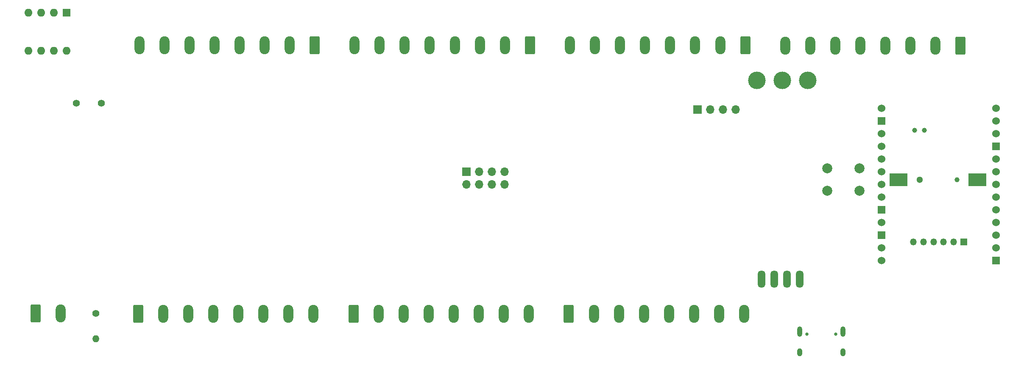
<source format=gbr>
%TF.GenerationSoftware,KiCad,Pcbnew,(6.0.0)*%
%TF.CreationDate,2023-02-03T10:22:37+01:00*%
%TF.ProjectId,boneIO - input WT32,626f6e65-494f-4202-9d20-696e70757420,rev?*%
%TF.SameCoordinates,Original*%
%TF.FileFunction,Soldermask,Bot*%
%TF.FilePolarity,Negative*%
%FSLAX46Y46*%
G04 Gerber Fmt 4.6, Leading zero omitted, Abs format (unit mm)*
G04 Created by KiCad (PCBNEW (6.0.0)) date 2023-02-03 10:22:37*
%MOMM*%
%LPD*%
G01*
G04 APERTURE LIST*
G04 Aperture macros list*
%AMRoundRect*
0 Rectangle with rounded corners*
0 $1 Rounding radius*
0 $2 $3 $4 $5 $6 $7 $8 $9 X,Y pos of 4 corners*
0 Add a 4 corners polygon primitive as box body*
4,1,4,$2,$3,$4,$5,$6,$7,$8,$9,$2,$3,0*
0 Add four circle primitives for the rounded corners*
1,1,$1+$1,$2,$3*
1,1,$1+$1,$4,$5*
1,1,$1+$1,$6,$7*
1,1,$1+$1,$8,$9*
0 Add four rect primitives between the rounded corners*
20,1,$1+$1,$2,$3,$4,$5,0*
20,1,$1+$1,$4,$5,$6,$7,0*
20,1,$1+$1,$6,$7,$8,$9,0*
20,1,$1+$1,$8,$9,$2,$3,0*%
G04 Aperture macros list end*
%ADD10R,1.600000X1.600000*%
%ADD11O,1.600000X1.600000*%
%ADD12RoundRect,0.250000X-0.750000X-1.550000X0.750000X-1.550000X0.750000X1.550000X-0.750000X1.550000X0*%
%ADD13O,2.000000X3.600000*%
%ADD14C,0.650000*%
%ADD15O,1.000000X2.100000*%
%ADD16O,1.000000X1.600000*%
%ADD17RoundRect,0.250000X0.750000X1.550000X-0.750000X1.550000X-0.750000X-1.550000X0.750000X-1.550000X0*%
%ADD18R,1.700000X1.700000*%
%ADD19O,1.700000X1.700000*%
%ADD20C,2.000000*%
%ADD21C,1.408000*%
%ADD22C,1.400000*%
%ADD23O,1.400000X1.400000*%
%ADD24C,1.000000*%
%ADD25C,1.524000*%
%ADD26R,1.524000X1.524000*%
%ADD27C,1.300000*%
%ADD28R,3.540000X2.600000*%
%ADD29R,3.660000X2.600000*%
%ADD30R,1.350000X1.350000*%
%ADD31O,1.350000X1.350000*%
%ADD32O,1.500000X3.500000*%
%ADD33C,3.500000*%
G04 APERTURE END LIST*
D10*
%TO.C,SW2*%
X63900000Y-52560000D03*
D11*
X61360000Y-52560000D03*
X58820000Y-52560000D03*
X56280000Y-52560000D03*
X56280000Y-60180000D03*
X58820000Y-60180000D03*
X61360000Y-60180000D03*
X63900000Y-60180000D03*
%TD*%
D12*
%TO.C,J1*%
X57750000Y-112780000D03*
D13*
X62750000Y-112780000D03*
%TD*%
D12*
%TO.C,J8*%
X164190000Y-112830000D03*
D13*
X169190000Y-112830000D03*
X174190000Y-112830000D03*
X179190000Y-112830000D03*
X184190000Y-112830000D03*
X189190000Y-112830000D03*
X194190000Y-112830000D03*
X199190000Y-112830000D03*
%TD*%
D12*
%TO.C,J4*%
X78190000Y-112830000D03*
D13*
X83190000Y-112830000D03*
X88190000Y-112830000D03*
X93190000Y-112830000D03*
X98190000Y-112830000D03*
X103190000Y-112830000D03*
X108190000Y-112830000D03*
X113190000Y-112830000D03*
%TD*%
D14*
%TO.C,J2*%
X217490000Y-116900000D03*
X211710000Y-116900000D03*
D15*
X210280000Y-116370000D03*
X218920000Y-116370000D03*
D16*
X218920000Y-120550000D03*
X210280000Y-120550000D03*
%TD*%
D17*
%TO.C,J9*%
X113460000Y-59110000D03*
D13*
X108460000Y-59110000D03*
X103460000Y-59110000D03*
X98460000Y-59110000D03*
X93460000Y-59110000D03*
X88460000Y-59110000D03*
X83460000Y-59110000D03*
X78460000Y-59110000D03*
%TD*%
D12*
%TO.C,J5*%
X121190000Y-112830000D03*
D13*
X126190000Y-112830000D03*
X131190000Y-112830000D03*
X136190000Y-112830000D03*
X141190000Y-112830000D03*
X146190000Y-112830000D03*
X151190000Y-112830000D03*
X156190000Y-112830000D03*
%TD*%
D18*
%TO.C,I2C1*%
X189910000Y-71970000D03*
D19*
X192450000Y-71970000D03*
X194990000Y-71970000D03*
X197530000Y-71970000D03*
%TD*%
D20*
%TO.C,SW1*%
X215760000Y-83680000D03*
X222260000Y-83680000D03*
X222260000Y-88180000D03*
X215760000Y-88180000D03*
%TD*%
D21*
%TO.C,BZ1*%
X70820000Y-70710000D03*
X65820000Y-70710000D03*
%TD*%
D22*
%TO.C,RV1*%
X69775000Y-112725000D03*
D23*
X69775000Y-117805000D03*
%TD*%
D17*
%TO.C,J11*%
X199420000Y-59120000D03*
D13*
X194420000Y-59120000D03*
X189420000Y-59120000D03*
X184420000Y-59120000D03*
X179420000Y-59120000D03*
X174420000Y-59120000D03*
X169420000Y-59120000D03*
X164420000Y-59120000D03*
%TD*%
D17*
%TO.C,J7*%
X156420000Y-59120000D03*
D13*
X151420000Y-59120000D03*
X146420000Y-59120000D03*
X141420000Y-59120000D03*
X136420000Y-59120000D03*
X131420000Y-59120000D03*
X126420000Y-59120000D03*
X121420000Y-59120000D03*
%TD*%
D24*
%TO.C,Y1*%
X233250000Y-76090000D03*
X235150000Y-76090000D03*
%TD*%
D25*
%TO.C,U7*%
X226600000Y-71690000D03*
D26*
X226600000Y-74230000D03*
D25*
X226600000Y-76770000D03*
X226600000Y-79310000D03*
X226600000Y-81850000D03*
X226600000Y-84390000D03*
X226600000Y-86930000D03*
X226600000Y-89470000D03*
D26*
X226600000Y-92010000D03*
D25*
X226600000Y-94550000D03*
D26*
X226600000Y-97090000D03*
D25*
X226600000Y-99630000D03*
X226600000Y-102170000D03*
X249460000Y-71690000D03*
X249460000Y-74230000D03*
X249460000Y-76770000D03*
D26*
X249460000Y-79310000D03*
D25*
X249460000Y-81850000D03*
X249460000Y-84390000D03*
X249460000Y-86930000D03*
X249460000Y-89470000D03*
X249460000Y-92010000D03*
X249460000Y-94550000D03*
X249460000Y-97090000D03*
X249460000Y-99630000D03*
D26*
X249460000Y-102170000D03*
%TD*%
D17*
%TO.C,J10*%
X242420000Y-59130000D03*
D13*
X237420000Y-59130000D03*
X232420000Y-59130000D03*
X227420000Y-59130000D03*
X222420000Y-59130000D03*
X217420000Y-59130000D03*
X212420000Y-59130000D03*
X207420000Y-59130000D03*
%TD*%
D24*
%TO.C,BT1*%
X241720000Y-85990000D03*
D27*
X234220000Y-85990000D03*
D28*
X229990000Y-85990000D03*
D29*
X245790000Y-85990000D03*
%TD*%
D30*
%TO.C,J3*%
X243025000Y-98450000D03*
D31*
X241025000Y-98450000D03*
X239025000Y-98450000D03*
X237025000Y-98450000D03*
X235025000Y-98450000D03*
X233025000Y-98450000D03*
%TD*%
D32*
%TO.C,U16*%
X210280000Y-105890000D03*
X207770000Y-105890000D03*
X205250000Y-105890000D03*
X202680000Y-105890000D03*
D33*
X211890000Y-66100000D03*
X206820000Y-66100000D03*
X201700000Y-66100000D03*
%TD*%
D18*
%TO.C,J6*%
X143750000Y-84370000D03*
D19*
X143750000Y-86910000D03*
X146290000Y-84370000D03*
X146290000Y-86910000D03*
X148830000Y-84370000D03*
X148830000Y-86910000D03*
X151370000Y-84370000D03*
X151370000Y-86910000D03*
%TD*%
M02*

</source>
